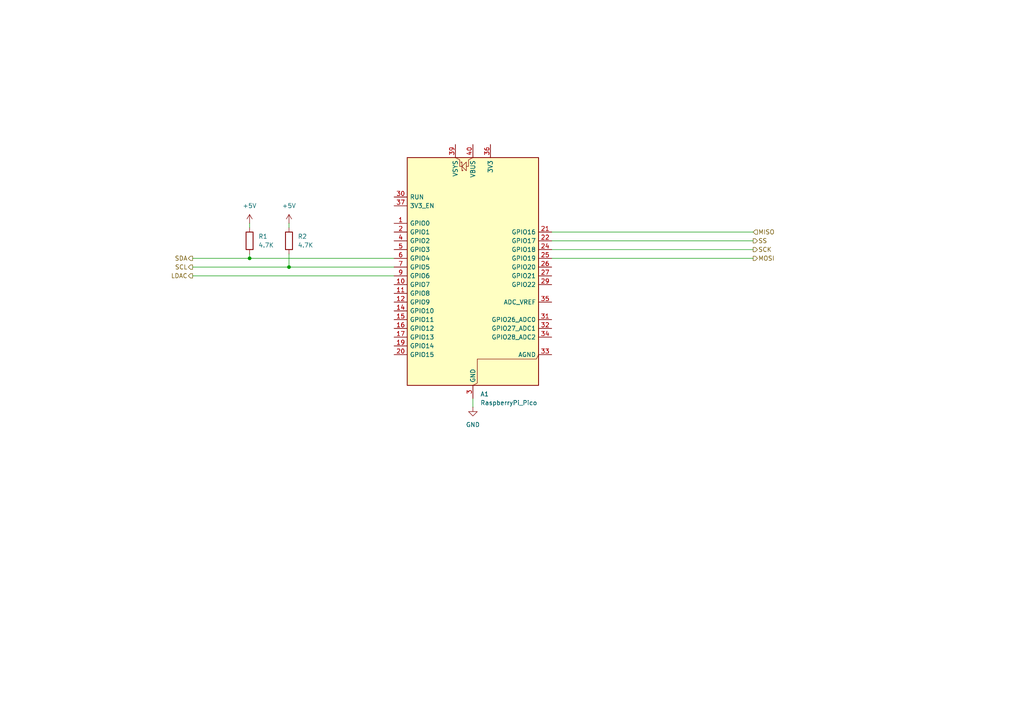
<source format=kicad_sch>
(kicad_sch (version 20250114) (generator "eeschema") (generator_version "9.0")
  (paper "A4")
  (lib_symbols
    (symbol "Device:R" (pin_numbers (hide yes)) (pin_names (offset 0))
      (property "Reference" "R" (at 2.032 0 90))
      (property "Value" "R" (at 0 0 90))
      (symbol "R_0_1"
        (rectangle (start -1.016 -2.54) (end 1.016 2.54) (stroke (width 0.254)))
      )
      (symbol "R_1_1"
        (pin passive line (at 0 3.81 270) (length 1.27) (name "~") (number "1"))
        (pin passive line (at 0 -3.81 90) (length 1.27) (name "~") (number "2"))
      )
    )
    (symbol "MCU_Module:RaspberryPi_Pico" (pin_names (offset 0.762))
      (property "Reference" "A" (at -19.05 35.56 0))
      (property "Value" "RaspberryPi_Pico" (at 7.62 35.56 0))
      (symbol "RaspberryPi_Pico_0_1"
        (rectangle (start -19.05 34.29) (end 19.05 -31.75) (stroke (width 0.254)) (fill (type background)))
        (polyline (pts (xy -5.08 34.29) (xy -3.81 33.655) (xy -3.81 31.75) (xy -3.175 31.75)))
        (polyline (pts (xy -3.429 32.766) (xy -3.429 33.02) (xy -3.175 33.02) (xy -3.175 30.48) (xy -2.921 30.48) (xy -2.921 30.734)))
        (polyline (pts (xy -3.175 31.75) (xy -1.905 33.02) (xy -1.905 30.48) (xy -3.175 31.75)))
        (polyline (pts (xy 0 34.29) (xy -1.27 33.655) (xy -1.27 31.75) (xy -1.905 31.75)))
        (polyline (pts (xy 0 -31.75) (xy 1.27 -31.115) (xy 1.27 -24.13) (xy 18.415 -24.13) (xy 19.05 -22.86)))
      )
      (symbol "RaspberryPi_Pico_1_1"
        (pin passive line (at -22.86 22.86 0) (length 3.81) (name "RUN") (number "30"))
        (pin passive line (at -22.86 20.32 0) (length 3.81) (name "3V3_EN") (number "37"))
        (pin bidirectional line (at -22.86 15.24 0) (length 3.81) (name "GPIO0") (number "1"))
        (pin bidirectional line (at -22.86 12.7 0) (length 3.81) (name "GPIO1") (number "2"))
        (pin bidirectional line (at -22.86 10.16 0) (length 3.81) (name "GPIO2") (number "4"))
        (pin bidirectional line (at -22.86 7.62 0) (length 3.81) (name "GPIO3") (number "5"))
        (pin bidirectional line (at -22.86 5.08 0) (length 3.81) (name "GPIO4") (number "6"))
        (pin bidirectional line (at -22.86 2.54 0) (length 3.81) (name "GPIO5") (number "7"))
        (pin bidirectional line (at -22.86 0 0) (length 3.81) (name "GPIO6") (number "9"))
        (pin bidirectional line (at -22.86 -2.54 0) (length 3.81) (name "GPIO7") (number "10"))
        (pin bidirectional line (at -22.86 -5.08 0) (length 3.81) (name "GPIO8") (number "11"))
        (pin bidirectional line (at -22.86 -7.62 0) (length 3.81) (name "GPIO9") (number "12"))
        (pin bidirectional line (at -22.86 -10.16 0) (length 3.81) (name "GPIO10") (number "14"))
        (pin bidirectional line (at -22.86 -12.7 0) (length 3.81) (name "GPIO11") (number "15"))
        (pin bidirectional line (at -22.86 -15.24 0) (length 3.81) (name "GPIO12") (number "16"))
        (pin bidirectional line (at -22.86 -17.78 0) (length 3.81) (name "GPIO13") (number "17"))
        (pin bidirectional line (at -22.86 -20.32 0) (length 3.81) (name "GPIO14") (number "19"))
        (pin bidirectional line (at -22.86 -22.86 0) (length 3.81) (name "GPIO15") (number "20"))
        (pin power_in line (at -5.08 38.1 270) (length 3.81) (name "VSYS") (number "39"))
        (pin power_out line (at 0 38.1 270) (length 3.81) (name "VBUS") (number "40"))
        (pin passive line (at 0 -35.56 90) (length 3.81) (hide yes) (name "GND") (number "13"))
        (pin passive line (at 0 -35.56 90) (length 3.81) (hide yes) (name "GND") (number "18"))
        (pin passive line (at 0 -35.56 90) (length 3.81) (hide yes) (name "GND") (number "23"))
        (pin passive line (at 0 -35.56 90) (length 3.81) (hide yes) (name "GND") (number "28"))
        (pin power_out line (at 0 -35.56 90) (length 3.81) (name "GND") (number "3"))
        (pin passive line (at 0 -35.56 90) (length 3.81) (hide yes) (name "GND") (number "38"))
        (pin passive line (at 0 -35.56 90) (length 3.81) (hide yes) (name "GND") (number "8"))
        (pin power_out line (at 5.08 38.1 270) (length 3.81) (name "3V3") (number "36"))
        (pin bidirectional line (at 22.86 12.7 180) (length 3.81) (name "GPIO16") (number "21"))
        (pin bidirectional line (at 22.86 10.16 180) (length 3.81) (name "GPIO17") (number "22"))
        (pin bidirectional line (at 22.86 7.62 180) (length 3.81) (name "GPIO18") (number "24"))
        (pin bidirectional line (at 22.86 5.08 180) (length 3.81) (name "GPIO19") (number "25"))
        (pin bidirectional line (at 22.86 2.54 180) (length 3.81) (name "GPIO20") (number "26"))
        (pin bidirectional line (at 22.86 0 180) (length 3.81) (name "GPIO21") (number "27"))
        (pin bidirectional line (at 22.86 -2.54 180) (length 3.81) (name "GPIO22") (number "29"))
        (pin power_in line (at 22.86 -7.62 180) (length 3.81) (name "ADC_VREF") (number "35"))
        (pin bidirectional line (at 22.86 -12.7 180) (length 3.81) (name "GPIO26_ADC0") (number "31"))
        (pin bidirectional line (at 22.86 -15.24 180) (length 3.81) (name "GPIO27_ADC1") (number "32"))
        (pin bidirectional line (at 22.86 -17.78 180) (length 3.81) (name "GPIO28_ADC2") (number "34"))
        (pin power_out line (at 22.86 -22.86 180) (length 3.81) (name "AGND") (number "33"))
      )
    )
    (symbol "power:+5V" (power) (pin_numbers (hide yes)) (pin_names (offset 0) (hide yes))
      (property "Value" "+5V" (at 0 3.556 0))
      (symbol "+5V_0_1"
        (polyline (pts (xy -0.762 1.27) (xy 0 2.54)))
        (polyline (pts (xy 0 2.54) (xy 0.762 1.27)))
        (polyline (pts (xy 0 0) (xy 0 2.54)))
      )
      (symbol "+5V_1_1"
        (pin power_in line (at 0 0 90) (length 0) (name "~") (number "1"))
      )
    )
    (symbol "power:GND" (power) (pin_numbers (hide yes)) (pin_names (offset 0) (hide yes))
      (property "Value" "GND" (at 0 -3.81 0))
      (symbol "GND_0_1"
        (polyline (pts (xy 0 0) (xy 0 -1.27) (xy 1.27 -1.27) (xy 0 -2.54) (xy -1.27 -1.27) (xy 0 -1.27)))
      )
      (symbol "GND_1_1"
        (pin power_in line (at 0 0 270) (length 0) (name "~") (number "1"))
      )
    )
  )
  (junction (at 72.39 74.93))
  (junction (at 83.82 77.47))
  (wire (pts (xy 72.39 73.66) (xy 72.39 74.93)))
  (wire (pts (xy 83.82 64.77) (xy 83.82 66.04)))
  (wire (pts (xy 83.82 73.66) (xy 83.82 77.47)))
  (wire (pts (xy 55.88 77.47) (xy 83.82 77.47)))
  (wire (pts (xy 137.16 115.57) (xy 137.16 118.11)))
  (wire (pts (xy 83.82 77.47) (xy 114.3 77.47)))
  (wire (pts (xy 72.39 74.93) (xy 114.3 74.93)))
  (wire (pts (xy 160.02 72.39) (xy 218.44 72.39)))
  (wire (pts (xy 160.02 67.31) (xy 218.44 67.31)))
  (wire (pts (xy 55.88 74.93) (xy 72.39 74.93)))
  (wire (pts (xy 55.88 80.01) (xy 114.3 80.01)))
  (wire (pts (xy 160.02 74.93) (xy 218.44 74.93)))
  (wire (pts (xy 72.39 64.77) (xy 72.39 66.04)))
  (wire (pts (xy 160.02 69.85) (xy 218.44 69.85)))
  (hierarchical_label "LDAC" (shape output) (at 55.88 80.01 180))
  (hierarchical_label "MOSI" (shape output) (at 218.44 74.93 0))
  (hierarchical_label "SDA" (shape output) (at 55.88 74.93 180))
  (hierarchical_label "MISO" (shape input) (at 218.44 67.31 0))
  (hierarchical_label "SS" (shape output) (at 218.44 69.85 0))
  (hierarchical_label "SCK" (shape output) (at 218.44 72.39 0))
  (hierarchical_label "SCL" (shape output) (at 55.88 77.47 180))
  (symbol (lib_id "power:+5V") (at 72.39 64.77 0) (unit 1)
    (property "Reference" "#PWR047" (effects (hide yes)))
    (property "Value" "+5V" (at 72.39 59.69 0))
    (property "Description" "Power symbol creates a global label with name \"+5V\"" (effects (hide yes)))
  )
  (symbol (lib_id "power:GND") (at 137.16 118.11 0) (unit 1)
    (property "Reference" "#PWR049" (effects (hide yes)))
    (property "Value" "GND" (at 137.16 123.19 0))
    (property "Description" "Power symbol creates a global label with name \"GND\" , ground" (effects (hide yes)))
  )
  (symbol (lib_id "Device:R") (at 83.82 69.85 0) (unit 1)
    (property "Reference" "R2" (at 86.36 68.5799 0) (effects (justify left)))
    (property "Value" "4.7K" (at 86.36 71.1199 0) (effects (justify left)))
    (property "Description" "Resistor" (effects (hide yes)))
  )
  (symbol (lib_id "Device:R") (at 72.39 69.85 0) (unit 1)
    (property "Reference" "R1" (at 74.93 68.5799 0) (effects (justify left)))
    (property "Value" "4.7K" (at 74.93 71.1199 0) (effects (justify left)))
    (property "Description" "Resistor" (effects (hide yes)))
  )
  (symbol (lib_id "MCU_Module:RaspberryPi_Pico") (at 137.16 80.01 0) (unit 1)
    (property "Reference" "A1" (at 139.3033 114.3 0) (effects (justify left)))
    (property "Value" "RaspberryPi_Pico" (at 139.3033 116.84 0) (effects (justify left)))
    (property "Footprint" "Module:RaspberryPi_Pico_Common_Unspecified" (effects (hide yes)))
    (property "Datasheet" "https://datasheets.raspberrypi.com/pico/pico-datasheet.pdf" (effects (hide yes)))
    (property "Description" "Versatile and inexpensive microcontroller module powered by RP2040 dual-core Arm Cortex-M0+ processor up to 133 MHz, 264kB SRAM, 2MB QSPI flash; also supports Raspberry Pi Pico 2" (effects (hide yes)))
  )
  (symbol (lib_id "power:+5V") (at 83.82 64.77 0) (unit 1)
    (property "Reference" "#PWR048" (effects (hide yes)))
    (property "Value" "+5V" (at 83.82 59.69 0))
    (property "Description" "Power symbol creates a global label with name \"+5V\"" (effects (hide yes)))
  )
)
</source>
